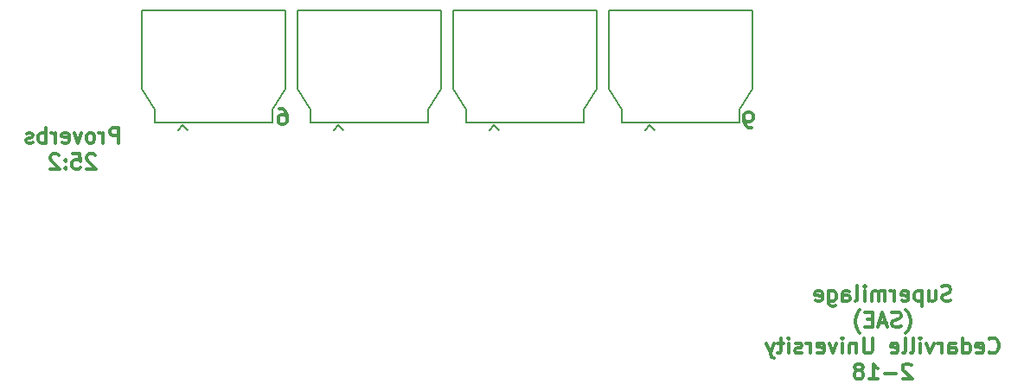
<source format=gbr>
G04 #@! TF.FileFunction,Legend,Bot*
%FSLAX46Y46*%
G04 Gerber Fmt 4.6, Leading zero omitted, Abs format (unit mm)*
G04 Created by KiCad (PCBNEW 4.0.6) date Saturday, February 03, 2018 'PMt' 12:02:10 PM*
%MOMM*%
%LPD*%
G01*
G04 APERTURE LIST*
%ADD10C,0.100000*%
%ADD11C,0.300000*%
%ADD12C,0.150000*%
G04 APERTURE END LIST*
D10*
D11*
X110087799Y-36805071D02*
X110087799Y-35305071D01*
X109516371Y-35305071D01*
X109373513Y-35376500D01*
X109302085Y-35447929D01*
X109230656Y-35590786D01*
X109230656Y-35805071D01*
X109302085Y-35947929D01*
X109373513Y-36019357D01*
X109516371Y-36090786D01*
X110087799Y-36090786D01*
X108587799Y-36805071D02*
X108587799Y-35805071D01*
X108587799Y-36090786D02*
X108516371Y-35947929D01*
X108444942Y-35876500D01*
X108302085Y-35805071D01*
X108159228Y-35805071D01*
X107444942Y-36805071D02*
X107587800Y-36733643D01*
X107659228Y-36662214D01*
X107730657Y-36519357D01*
X107730657Y-36090786D01*
X107659228Y-35947929D01*
X107587800Y-35876500D01*
X107444942Y-35805071D01*
X107230657Y-35805071D01*
X107087800Y-35876500D01*
X107016371Y-35947929D01*
X106944942Y-36090786D01*
X106944942Y-36519357D01*
X107016371Y-36662214D01*
X107087800Y-36733643D01*
X107230657Y-36805071D01*
X107444942Y-36805071D01*
X106444942Y-35805071D02*
X106087799Y-36805071D01*
X105730657Y-35805071D01*
X104587800Y-36733643D02*
X104730657Y-36805071D01*
X105016371Y-36805071D01*
X105159228Y-36733643D01*
X105230657Y-36590786D01*
X105230657Y-36019357D01*
X105159228Y-35876500D01*
X105016371Y-35805071D01*
X104730657Y-35805071D01*
X104587800Y-35876500D01*
X104516371Y-36019357D01*
X104516371Y-36162214D01*
X105230657Y-36305071D01*
X103873514Y-36805071D02*
X103873514Y-35805071D01*
X103873514Y-36090786D02*
X103802086Y-35947929D01*
X103730657Y-35876500D01*
X103587800Y-35805071D01*
X103444943Y-35805071D01*
X102944943Y-36805071D02*
X102944943Y-35305071D01*
X102944943Y-35876500D02*
X102802086Y-35805071D01*
X102516372Y-35805071D01*
X102373515Y-35876500D01*
X102302086Y-35947929D01*
X102230657Y-36090786D01*
X102230657Y-36519357D01*
X102302086Y-36662214D01*
X102373515Y-36733643D01*
X102516372Y-36805071D01*
X102802086Y-36805071D01*
X102944943Y-36733643D01*
X101659229Y-36733643D02*
X101516372Y-36805071D01*
X101230657Y-36805071D01*
X101087800Y-36733643D01*
X101016372Y-36590786D01*
X101016372Y-36519357D01*
X101087800Y-36376500D01*
X101230657Y-36305071D01*
X101444943Y-36305071D01*
X101587800Y-36233643D01*
X101659229Y-36090786D01*
X101659229Y-36019357D01*
X101587800Y-35876500D01*
X101444943Y-35805071D01*
X101230657Y-35805071D01*
X101087800Y-35876500D01*
X107802085Y-37997929D02*
X107730656Y-37926500D01*
X107587799Y-37855071D01*
X107230656Y-37855071D01*
X107087799Y-37926500D01*
X107016370Y-37997929D01*
X106944942Y-38140786D01*
X106944942Y-38283643D01*
X107016370Y-38497929D01*
X107873513Y-39355071D01*
X106944942Y-39355071D01*
X105587799Y-37855071D02*
X106302085Y-37855071D01*
X106373514Y-38569357D01*
X106302085Y-38497929D01*
X106159228Y-38426500D01*
X105802085Y-38426500D01*
X105659228Y-38497929D01*
X105587799Y-38569357D01*
X105516371Y-38712214D01*
X105516371Y-39069357D01*
X105587799Y-39212214D01*
X105659228Y-39283643D01*
X105802085Y-39355071D01*
X106159228Y-39355071D01*
X106302085Y-39283643D01*
X106373514Y-39212214D01*
X104873514Y-39212214D02*
X104802086Y-39283643D01*
X104873514Y-39355071D01*
X104944943Y-39283643D01*
X104873514Y-39212214D01*
X104873514Y-39355071D01*
X104873514Y-38426500D02*
X104802086Y-38497929D01*
X104873514Y-38569357D01*
X104944943Y-38497929D01*
X104873514Y-38426500D01*
X104873514Y-38569357D01*
X104230657Y-37997929D02*
X104159228Y-37926500D01*
X104016371Y-37855071D01*
X103659228Y-37855071D01*
X103516371Y-37926500D01*
X103444942Y-37997929D01*
X103373514Y-38140786D01*
X103373514Y-38283643D01*
X103444942Y-38497929D01*
X104302085Y-39355071D01*
X103373514Y-39355071D01*
X191554857Y-52255743D02*
X191340571Y-52327171D01*
X190983428Y-52327171D01*
X190840571Y-52255743D01*
X190769142Y-52184314D01*
X190697714Y-52041457D01*
X190697714Y-51898600D01*
X190769142Y-51755743D01*
X190840571Y-51684314D01*
X190983428Y-51612886D01*
X191269142Y-51541457D01*
X191412000Y-51470029D01*
X191483428Y-51398600D01*
X191554857Y-51255743D01*
X191554857Y-51112886D01*
X191483428Y-50970029D01*
X191412000Y-50898600D01*
X191269142Y-50827171D01*
X190912000Y-50827171D01*
X190697714Y-50898600D01*
X189412000Y-51327171D02*
X189412000Y-52327171D01*
X190054857Y-51327171D02*
X190054857Y-52112886D01*
X189983429Y-52255743D01*
X189840571Y-52327171D01*
X189626286Y-52327171D01*
X189483429Y-52255743D01*
X189412000Y-52184314D01*
X188697714Y-51327171D02*
X188697714Y-52827171D01*
X188697714Y-51398600D02*
X188554857Y-51327171D01*
X188269143Y-51327171D01*
X188126286Y-51398600D01*
X188054857Y-51470029D01*
X187983428Y-51612886D01*
X187983428Y-52041457D01*
X188054857Y-52184314D01*
X188126286Y-52255743D01*
X188269143Y-52327171D01*
X188554857Y-52327171D01*
X188697714Y-52255743D01*
X186769143Y-52255743D02*
X186912000Y-52327171D01*
X187197714Y-52327171D01*
X187340571Y-52255743D01*
X187412000Y-52112886D01*
X187412000Y-51541457D01*
X187340571Y-51398600D01*
X187197714Y-51327171D01*
X186912000Y-51327171D01*
X186769143Y-51398600D01*
X186697714Y-51541457D01*
X186697714Y-51684314D01*
X187412000Y-51827171D01*
X186054857Y-52327171D02*
X186054857Y-51327171D01*
X186054857Y-51612886D02*
X185983429Y-51470029D01*
X185912000Y-51398600D01*
X185769143Y-51327171D01*
X185626286Y-51327171D01*
X185126286Y-52327171D02*
X185126286Y-51327171D01*
X185126286Y-51470029D02*
X185054858Y-51398600D01*
X184912000Y-51327171D01*
X184697715Y-51327171D01*
X184554858Y-51398600D01*
X184483429Y-51541457D01*
X184483429Y-52327171D01*
X184483429Y-51541457D02*
X184412000Y-51398600D01*
X184269143Y-51327171D01*
X184054858Y-51327171D01*
X183912000Y-51398600D01*
X183840572Y-51541457D01*
X183840572Y-52327171D01*
X183126286Y-52327171D02*
X183126286Y-51327171D01*
X183126286Y-50827171D02*
X183197715Y-50898600D01*
X183126286Y-50970029D01*
X183054858Y-50898600D01*
X183126286Y-50827171D01*
X183126286Y-50970029D01*
X182197714Y-52327171D02*
X182340572Y-52255743D01*
X182412000Y-52112886D01*
X182412000Y-50827171D01*
X180983429Y-52327171D02*
X180983429Y-51541457D01*
X181054858Y-51398600D01*
X181197715Y-51327171D01*
X181483429Y-51327171D01*
X181626286Y-51398600D01*
X180983429Y-52255743D02*
X181126286Y-52327171D01*
X181483429Y-52327171D01*
X181626286Y-52255743D01*
X181697715Y-52112886D01*
X181697715Y-51970029D01*
X181626286Y-51827171D01*
X181483429Y-51755743D01*
X181126286Y-51755743D01*
X180983429Y-51684314D01*
X179626286Y-51327171D02*
X179626286Y-52541457D01*
X179697715Y-52684314D01*
X179769143Y-52755743D01*
X179912000Y-52827171D01*
X180126286Y-52827171D01*
X180269143Y-52755743D01*
X179626286Y-52255743D02*
X179769143Y-52327171D01*
X180054857Y-52327171D01*
X180197715Y-52255743D01*
X180269143Y-52184314D01*
X180340572Y-52041457D01*
X180340572Y-51612886D01*
X180269143Y-51470029D01*
X180197715Y-51398600D01*
X180054857Y-51327171D01*
X179769143Y-51327171D01*
X179626286Y-51398600D01*
X178340572Y-52255743D02*
X178483429Y-52327171D01*
X178769143Y-52327171D01*
X178912000Y-52255743D01*
X178983429Y-52112886D01*
X178983429Y-51541457D01*
X178912000Y-51398600D01*
X178769143Y-51327171D01*
X178483429Y-51327171D01*
X178340572Y-51398600D01*
X178269143Y-51541457D01*
X178269143Y-51684314D01*
X178983429Y-51827171D01*
X187162000Y-55448600D02*
X187233428Y-55377171D01*
X187376285Y-55162886D01*
X187447714Y-55020029D01*
X187519143Y-54805743D01*
X187590571Y-54448600D01*
X187590571Y-54162886D01*
X187519143Y-53805743D01*
X187447714Y-53591457D01*
X187376285Y-53448600D01*
X187233428Y-53234314D01*
X187162000Y-53162886D01*
X186662000Y-54805743D02*
X186447714Y-54877171D01*
X186090571Y-54877171D01*
X185947714Y-54805743D01*
X185876285Y-54734314D01*
X185804857Y-54591457D01*
X185804857Y-54448600D01*
X185876285Y-54305743D01*
X185947714Y-54234314D01*
X186090571Y-54162886D01*
X186376285Y-54091457D01*
X186519143Y-54020029D01*
X186590571Y-53948600D01*
X186662000Y-53805743D01*
X186662000Y-53662886D01*
X186590571Y-53520029D01*
X186519143Y-53448600D01*
X186376285Y-53377171D01*
X186019143Y-53377171D01*
X185804857Y-53448600D01*
X185233429Y-54448600D02*
X184519143Y-54448600D01*
X185376286Y-54877171D02*
X184876286Y-53377171D01*
X184376286Y-54877171D01*
X183876286Y-54091457D02*
X183376286Y-54091457D01*
X183162000Y-54877171D02*
X183876286Y-54877171D01*
X183876286Y-53377171D01*
X183162000Y-53377171D01*
X182662000Y-55448600D02*
X182590572Y-55377171D01*
X182447715Y-55162886D01*
X182376286Y-55020029D01*
X182304857Y-54805743D01*
X182233429Y-54448600D01*
X182233429Y-54162886D01*
X182304857Y-53805743D01*
X182376286Y-53591457D01*
X182447715Y-53448600D01*
X182590572Y-53234314D01*
X182662000Y-53162886D01*
X195304856Y-57284314D02*
X195376285Y-57355743D01*
X195590571Y-57427171D01*
X195733428Y-57427171D01*
X195947713Y-57355743D01*
X196090571Y-57212886D01*
X196161999Y-57070029D01*
X196233428Y-56784314D01*
X196233428Y-56570029D01*
X196161999Y-56284314D01*
X196090571Y-56141457D01*
X195947713Y-55998600D01*
X195733428Y-55927171D01*
X195590571Y-55927171D01*
X195376285Y-55998600D01*
X195304856Y-56070029D01*
X194090571Y-57355743D02*
X194233428Y-57427171D01*
X194519142Y-57427171D01*
X194661999Y-57355743D01*
X194733428Y-57212886D01*
X194733428Y-56641457D01*
X194661999Y-56498600D01*
X194519142Y-56427171D01*
X194233428Y-56427171D01*
X194090571Y-56498600D01*
X194019142Y-56641457D01*
X194019142Y-56784314D01*
X194733428Y-56927171D01*
X192733428Y-57427171D02*
X192733428Y-55927171D01*
X192733428Y-57355743D02*
X192876285Y-57427171D01*
X193161999Y-57427171D01*
X193304857Y-57355743D01*
X193376285Y-57284314D01*
X193447714Y-57141457D01*
X193447714Y-56712886D01*
X193376285Y-56570029D01*
X193304857Y-56498600D01*
X193161999Y-56427171D01*
X192876285Y-56427171D01*
X192733428Y-56498600D01*
X191376285Y-57427171D02*
X191376285Y-56641457D01*
X191447714Y-56498600D01*
X191590571Y-56427171D01*
X191876285Y-56427171D01*
X192019142Y-56498600D01*
X191376285Y-57355743D02*
X191519142Y-57427171D01*
X191876285Y-57427171D01*
X192019142Y-57355743D01*
X192090571Y-57212886D01*
X192090571Y-57070029D01*
X192019142Y-56927171D01*
X191876285Y-56855743D01*
X191519142Y-56855743D01*
X191376285Y-56784314D01*
X190661999Y-57427171D02*
X190661999Y-56427171D01*
X190661999Y-56712886D02*
X190590571Y-56570029D01*
X190519142Y-56498600D01*
X190376285Y-56427171D01*
X190233428Y-56427171D01*
X189876285Y-56427171D02*
X189519142Y-57427171D01*
X189162000Y-56427171D01*
X188590571Y-57427171D02*
X188590571Y-56427171D01*
X188590571Y-55927171D02*
X188662000Y-55998600D01*
X188590571Y-56070029D01*
X188519143Y-55998600D01*
X188590571Y-55927171D01*
X188590571Y-56070029D01*
X187661999Y-57427171D02*
X187804857Y-57355743D01*
X187876285Y-57212886D01*
X187876285Y-55927171D01*
X186876285Y-57427171D02*
X187019143Y-57355743D01*
X187090571Y-57212886D01*
X187090571Y-55927171D01*
X185733429Y-57355743D02*
X185876286Y-57427171D01*
X186162000Y-57427171D01*
X186304857Y-57355743D01*
X186376286Y-57212886D01*
X186376286Y-56641457D01*
X186304857Y-56498600D01*
X186162000Y-56427171D01*
X185876286Y-56427171D01*
X185733429Y-56498600D01*
X185662000Y-56641457D01*
X185662000Y-56784314D01*
X186376286Y-56927171D01*
X183876286Y-55927171D02*
X183876286Y-57141457D01*
X183804858Y-57284314D01*
X183733429Y-57355743D01*
X183590572Y-57427171D01*
X183304858Y-57427171D01*
X183162000Y-57355743D01*
X183090572Y-57284314D01*
X183019143Y-57141457D01*
X183019143Y-55927171D01*
X182304857Y-56427171D02*
X182304857Y-57427171D01*
X182304857Y-56570029D02*
X182233429Y-56498600D01*
X182090571Y-56427171D01*
X181876286Y-56427171D01*
X181733429Y-56498600D01*
X181662000Y-56641457D01*
X181662000Y-57427171D01*
X180947714Y-57427171D02*
X180947714Y-56427171D01*
X180947714Y-55927171D02*
X181019143Y-55998600D01*
X180947714Y-56070029D01*
X180876286Y-55998600D01*
X180947714Y-55927171D01*
X180947714Y-56070029D01*
X180376285Y-56427171D02*
X180019142Y-57427171D01*
X179662000Y-56427171D01*
X178519143Y-57355743D02*
X178662000Y-57427171D01*
X178947714Y-57427171D01*
X179090571Y-57355743D01*
X179162000Y-57212886D01*
X179162000Y-56641457D01*
X179090571Y-56498600D01*
X178947714Y-56427171D01*
X178662000Y-56427171D01*
X178519143Y-56498600D01*
X178447714Y-56641457D01*
X178447714Y-56784314D01*
X179162000Y-56927171D01*
X177804857Y-57427171D02*
X177804857Y-56427171D01*
X177804857Y-56712886D02*
X177733429Y-56570029D01*
X177662000Y-56498600D01*
X177519143Y-56427171D01*
X177376286Y-56427171D01*
X176947715Y-57355743D02*
X176804858Y-57427171D01*
X176519143Y-57427171D01*
X176376286Y-57355743D01*
X176304858Y-57212886D01*
X176304858Y-57141457D01*
X176376286Y-56998600D01*
X176519143Y-56927171D01*
X176733429Y-56927171D01*
X176876286Y-56855743D01*
X176947715Y-56712886D01*
X176947715Y-56641457D01*
X176876286Y-56498600D01*
X176733429Y-56427171D01*
X176519143Y-56427171D01*
X176376286Y-56498600D01*
X175662000Y-57427171D02*
X175662000Y-56427171D01*
X175662000Y-55927171D02*
X175733429Y-55998600D01*
X175662000Y-56070029D01*
X175590572Y-55998600D01*
X175662000Y-55927171D01*
X175662000Y-56070029D01*
X175162000Y-56427171D02*
X174590571Y-56427171D01*
X174947714Y-55927171D02*
X174947714Y-57212886D01*
X174876286Y-57355743D01*
X174733428Y-57427171D01*
X174590571Y-57427171D01*
X174233428Y-56427171D02*
X173876285Y-57427171D01*
X173519143Y-56427171D02*
X173876285Y-57427171D01*
X174019143Y-57784314D01*
X174090571Y-57855743D01*
X174233428Y-57927171D01*
X187697714Y-58620029D02*
X187626285Y-58548600D01*
X187483428Y-58477171D01*
X187126285Y-58477171D01*
X186983428Y-58548600D01*
X186911999Y-58620029D01*
X186840571Y-58762886D01*
X186840571Y-58905743D01*
X186911999Y-59120029D01*
X187769142Y-59977171D01*
X186840571Y-59977171D01*
X186197714Y-59405743D02*
X185054857Y-59405743D01*
X183554857Y-59977171D02*
X184412000Y-59977171D01*
X183983428Y-59977171D02*
X183983428Y-58477171D01*
X184126285Y-58691457D01*
X184269143Y-58834314D01*
X184412000Y-58905743D01*
X182697714Y-59120029D02*
X182840572Y-59048600D01*
X182912000Y-58977171D01*
X182983429Y-58834314D01*
X182983429Y-58762886D01*
X182912000Y-58620029D01*
X182840572Y-58548600D01*
X182697714Y-58477171D01*
X182412000Y-58477171D01*
X182269143Y-58548600D01*
X182197714Y-58620029D01*
X182126286Y-58762886D01*
X182126286Y-58834314D01*
X182197714Y-58977171D01*
X182269143Y-59048600D01*
X182412000Y-59120029D01*
X182697714Y-59120029D01*
X182840572Y-59191457D01*
X182912000Y-59262886D01*
X182983429Y-59405743D01*
X182983429Y-59691457D01*
X182912000Y-59834314D01*
X182840572Y-59905743D01*
X182697714Y-59977171D01*
X182412000Y-59977171D01*
X182269143Y-59905743D01*
X182197714Y-59834314D01*
X182126286Y-59691457D01*
X182126286Y-59405743D01*
X182197714Y-59262886D01*
X182269143Y-59191457D01*
X182412000Y-59120029D01*
X125850685Y-33468571D02*
X126136399Y-33468571D01*
X126279256Y-33540000D01*
X126350685Y-33611429D01*
X126493542Y-33825714D01*
X126564971Y-34111429D01*
X126564971Y-34682857D01*
X126493542Y-34825714D01*
X126422114Y-34897143D01*
X126279256Y-34968571D01*
X125993542Y-34968571D01*
X125850685Y-34897143D01*
X125779256Y-34825714D01*
X125707828Y-34682857D01*
X125707828Y-34325714D01*
X125779256Y-34182857D01*
X125850685Y-34111429D01*
X125993542Y-34040000D01*
X126279256Y-34040000D01*
X126422114Y-34111429D01*
X126493542Y-34182857D01*
X126564971Y-34325714D01*
X172040514Y-35273371D02*
X171754799Y-35273371D01*
X171611942Y-35201943D01*
X171540514Y-35130514D01*
X171397656Y-34916229D01*
X171326228Y-34630514D01*
X171326228Y-34059086D01*
X171397656Y-33916229D01*
X171469085Y-33844800D01*
X171611942Y-33773371D01*
X171897656Y-33773371D01*
X172040514Y-33844800D01*
X172111942Y-33916229D01*
X172183371Y-34059086D01*
X172183371Y-34416229D01*
X172111942Y-34559086D01*
X172040514Y-34630514D01*
X171897656Y-34701943D01*
X171611942Y-34701943D01*
X171469085Y-34630514D01*
X171397656Y-34559086D01*
X171326228Y-34416229D01*
D12*
X146860000Y-35020000D02*
X147360000Y-35520000D01*
X146360000Y-35520000D02*
X146860000Y-35020000D01*
X142860000Y-31520000D02*
X142860000Y-23770000D01*
X144110000Y-33520000D02*
X142860000Y-31520000D01*
X144110000Y-34820000D02*
X144110000Y-33520000D01*
X155610000Y-34820000D02*
X144110000Y-34820000D01*
X155610000Y-33520000D02*
X155610000Y-34820000D01*
X156860000Y-31520000D02*
X155610000Y-33520000D01*
X156860000Y-23770000D02*
X156860000Y-31520000D01*
X142860000Y-23770000D02*
X156860000Y-23770000D01*
X116380000Y-35020000D02*
X116880000Y-35520000D01*
X115880000Y-35520000D02*
X116380000Y-35020000D01*
X112380000Y-31520000D02*
X112380000Y-23770000D01*
X113630000Y-33520000D02*
X112380000Y-31520000D01*
X113630000Y-34820000D02*
X113630000Y-33520000D01*
X125130000Y-34820000D02*
X113630000Y-34820000D01*
X125130000Y-33520000D02*
X125130000Y-34820000D01*
X126380000Y-31520000D02*
X125130000Y-33520000D01*
X126380000Y-23770000D02*
X126380000Y-31520000D01*
X112380000Y-23770000D02*
X126380000Y-23770000D01*
X131620000Y-35020000D02*
X132120000Y-35520000D01*
X131120000Y-35520000D02*
X131620000Y-35020000D01*
X127620000Y-31520000D02*
X127620000Y-23770000D01*
X128870000Y-33520000D02*
X127620000Y-31520000D01*
X128870000Y-34820000D02*
X128870000Y-33520000D01*
X140370000Y-34820000D02*
X128870000Y-34820000D01*
X140370000Y-33520000D02*
X140370000Y-34820000D01*
X141620000Y-31520000D02*
X140370000Y-33520000D01*
X141620000Y-23770000D02*
X141620000Y-31520000D01*
X127620000Y-23770000D02*
X141620000Y-23770000D01*
X162100000Y-35020000D02*
X162600000Y-35520000D01*
X161600000Y-35520000D02*
X162100000Y-35020000D01*
X158100000Y-31520000D02*
X158100000Y-23770000D01*
X159350000Y-33520000D02*
X158100000Y-31520000D01*
X159350000Y-34820000D02*
X159350000Y-33520000D01*
X170850000Y-34820000D02*
X159350000Y-34820000D01*
X170850000Y-33520000D02*
X170850000Y-34820000D01*
X172100000Y-31520000D02*
X170850000Y-33520000D01*
X172100000Y-23770000D02*
X172100000Y-31520000D01*
X158100000Y-23770000D02*
X172100000Y-23770000D01*
M02*

</source>
